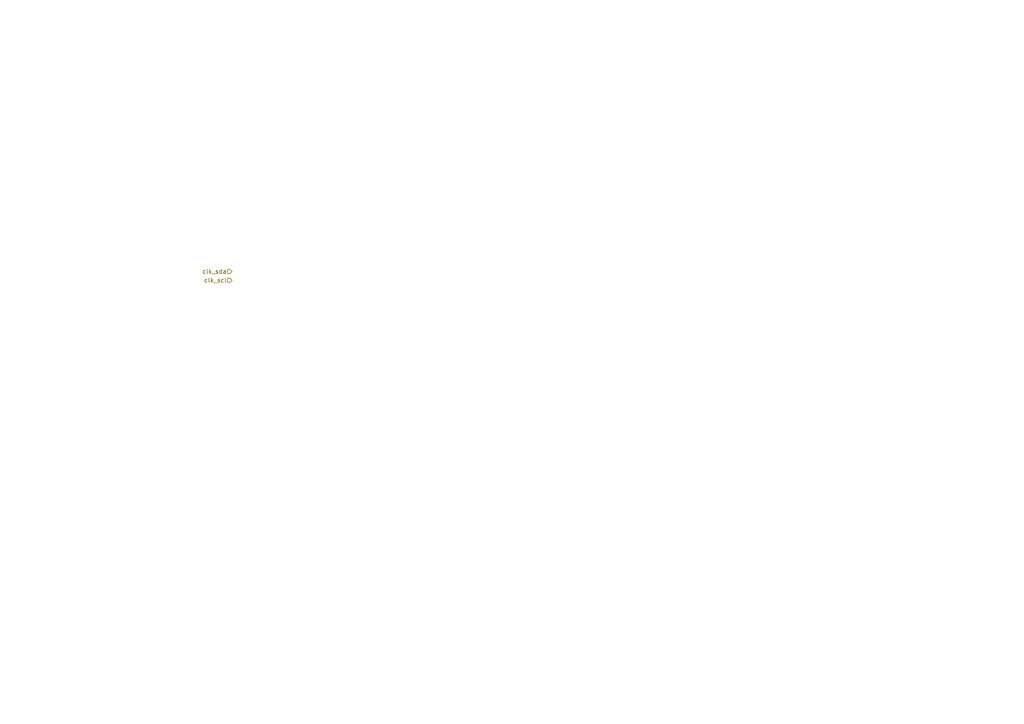
<source format=kicad_sch>
(kicad_sch (version 20230121) (generator eeschema)
  (paper "A4")
  (lib_symbols)
  (hierarchical_label "clk_sda" (shape input) (at 67.31 78.74 180))
  (hierarchical_label "clk_scl" (shape input) (at 67.31 81.28 180))
)
</source>
